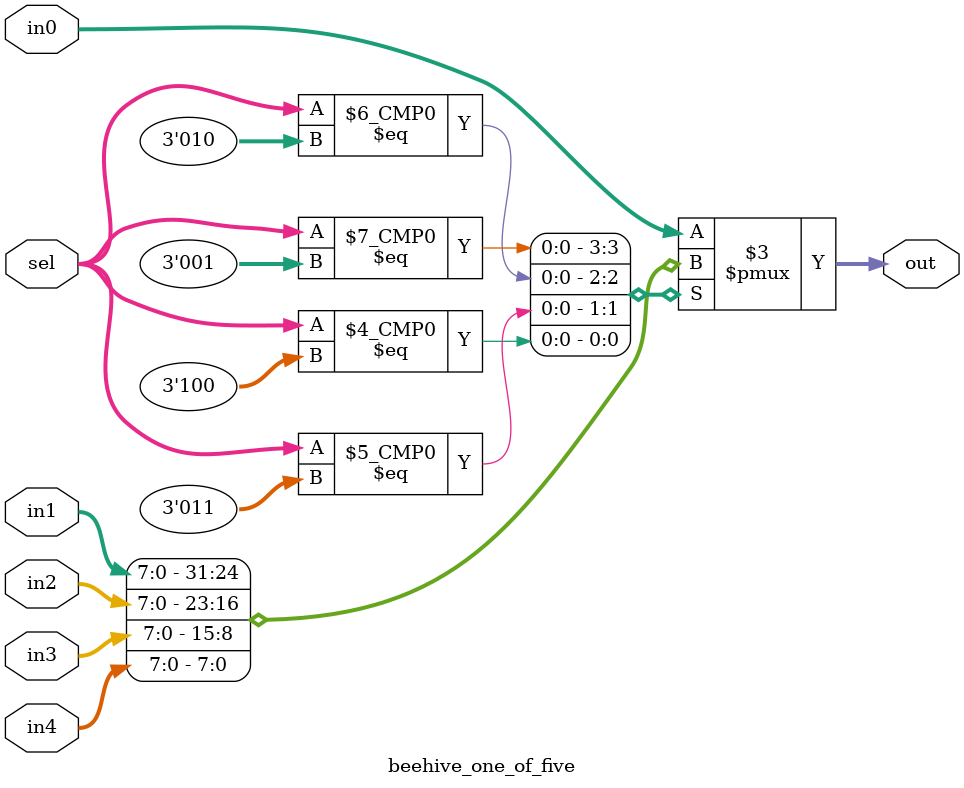
<source format=v>
/*
Copyright (c) 2015 Princeton University
All rights reserved.

Redistribution and use in source and binary forms, with or without
modification, are permitted provided that the following conditions are met:
    * Redistributions of source code must retain the above copyright
      notice, this list of conditions and the following disclaimer.
    * Redistributions in binary form must reproduce the above copyright
      notice, this list of conditions and the following disclaimer in the
      documentation and/or other materials provided with the distribution.
    * Neither the name of Princeton University nor the
      names of its contributors may be used to endorse or promote products
      derived from this software without specific prior written permission.

THIS SOFTWARE IS PROVIDED BY PRINCETON UNIVERSITY "AS IS" AND
ANY EXPRESS OR IMPLIED WARRANTIES, INCLUDING, BUT NOT LIMITED TO, THE IMPLIED
WARRANTIES OF MERCHANTABILITY AND FITNESS FOR A PARTICULAR PURPOSE ARE
DISCLAIMED. IN NO EVENT SHALL PRINCETON UNIVERSITY BE LIABLE FOR ANY
DIRECT, INDIRECT, INCIDENTAL, SPECIAL, EXEMPLARY, OR CONSEQUENTIAL DAMAGES
(INCLUDING, BUT NOT LIMITED TO, PROCUREMENT OF SUBSTITUTE GOODS OR SERVICES;
LOSS OF USE, DATA, OR PROFITS; OR BUSINESS INTERRUPTION) HOWEVER CAUSED AND
ON ANY THEORY OF LIABILITY, WHETHER IN CONTRACT, STRICT LIABILITY, OR TORT
(INCLUDING NEGLIGENCE OR OTHERWISE) ARISING IN ANY WAY OUT OF THE USE OF THIS
SOFTWARE, EVEN IF ADVISED OF THE POSSIBILITY OF SUCH DAMAGE.
*/

module beehive_one_of_five(in0,in1,in2,in3,in4,sel,out);
    parameter WIDTH = 8;
    parameter BHC = 10;
    input [2:0] sel;
    input [WIDTH-1:0] in0,in1,in2,in3,in4;
    output reg [WIDTH-1:0] out;
    always@(*)
    begin
        // Katie: change this default...maybe for timing
        out = in0;
        case(sel)
            3'd0:out=in0;
            3'd1:out=in1;
            3'd2:out=in2;
            3'd3:out=in3;
            3'd4:out=in4;
            default:; // indicates null
        endcase
    end
endmodule



</source>
